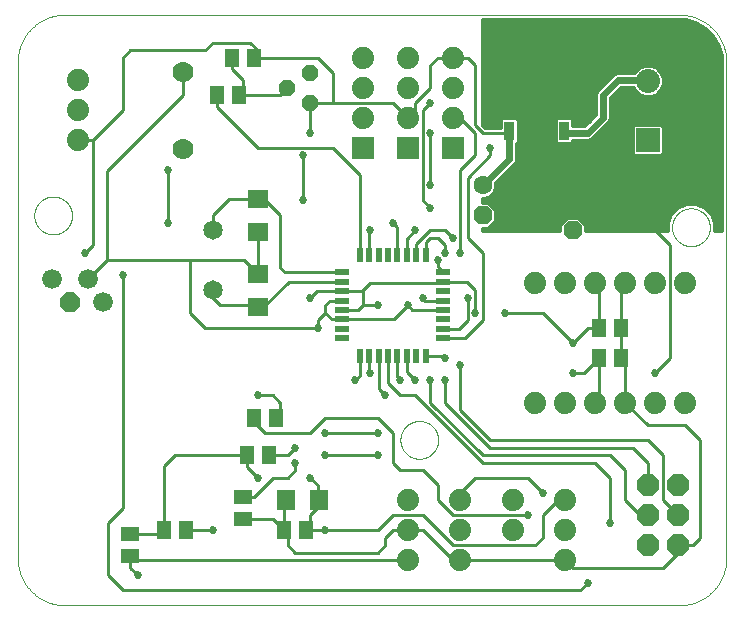
<source format=gbl>
G75*
%MOIN*%
%OFA0B0*%
%FSLAX25Y25*%
%IPPOS*%
%LPD*%
%AMOC8*
5,1,8,0,0,1.08239X$1,22.5*
%
%ADD10C,0.00000*%
%ADD11R,0.08000X0.08000*%
%ADD12C,0.08000*%
%ADD13R,0.03500X0.06400*%
%ADD14R,0.12500X0.06400*%
%ADD15C,0.07400*%
%ADD16C,0.07000*%
%ADD17R,0.07400X0.07400*%
%ADD18R,0.05906X0.05118*%
%ADD19C,0.06500*%
%ADD20R,0.05000X0.02200*%
%ADD21R,0.02200X0.05000*%
%ADD22R,0.07087X0.06299*%
%ADD23OC8,0.07400*%
%ADD24R,0.05118X0.05906*%
%ADD25R,0.06299X0.07087*%
%ADD26OC8,0.05200*%
%ADD27OC8,0.06300*%
%ADD28C,0.06300*%
%ADD29C,0.06600*%
%ADD30OC8,0.06600*%
%ADD31C,0.01000*%
%ADD32C,0.02700*%
%ADD33C,0.02400*%
%ADD34C,0.01600*%
D10*
X0016748Y0029179D02*
X0221472Y0029179D01*
X0221853Y0029184D01*
X0222233Y0029197D01*
X0222613Y0029220D01*
X0222992Y0029253D01*
X0223370Y0029294D01*
X0223747Y0029344D01*
X0224123Y0029404D01*
X0224498Y0029472D01*
X0224870Y0029550D01*
X0225241Y0029637D01*
X0225609Y0029732D01*
X0225975Y0029837D01*
X0226338Y0029950D01*
X0226699Y0030072D01*
X0227056Y0030202D01*
X0227410Y0030342D01*
X0227761Y0030489D01*
X0228108Y0030646D01*
X0228451Y0030810D01*
X0228790Y0030983D01*
X0229125Y0031164D01*
X0229456Y0031353D01*
X0229781Y0031550D01*
X0230102Y0031754D01*
X0230418Y0031967D01*
X0230728Y0032187D01*
X0231034Y0032414D01*
X0231333Y0032649D01*
X0231627Y0032891D01*
X0231915Y0033139D01*
X0232197Y0033395D01*
X0232472Y0033658D01*
X0232741Y0033927D01*
X0233004Y0034202D01*
X0233260Y0034484D01*
X0233508Y0034772D01*
X0233750Y0035066D01*
X0233985Y0035365D01*
X0234212Y0035671D01*
X0234432Y0035981D01*
X0234645Y0036297D01*
X0234849Y0036618D01*
X0235046Y0036943D01*
X0235235Y0037274D01*
X0235416Y0037609D01*
X0235589Y0037948D01*
X0235753Y0038291D01*
X0235910Y0038638D01*
X0236057Y0038989D01*
X0236197Y0039343D01*
X0236327Y0039700D01*
X0236449Y0040061D01*
X0236562Y0040424D01*
X0236667Y0040790D01*
X0236762Y0041158D01*
X0236849Y0041529D01*
X0236927Y0041901D01*
X0236995Y0042276D01*
X0237055Y0042652D01*
X0237105Y0043029D01*
X0237146Y0043407D01*
X0237179Y0043786D01*
X0237202Y0044166D01*
X0237215Y0044546D01*
X0237220Y0044927D01*
X0237220Y0210281D01*
X0237215Y0210662D01*
X0237202Y0211042D01*
X0237179Y0211422D01*
X0237146Y0211801D01*
X0237105Y0212179D01*
X0237055Y0212556D01*
X0236995Y0212932D01*
X0236927Y0213307D01*
X0236849Y0213679D01*
X0236762Y0214050D01*
X0236667Y0214418D01*
X0236562Y0214784D01*
X0236449Y0215147D01*
X0236327Y0215508D01*
X0236197Y0215865D01*
X0236057Y0216219D01*
X0235910Y0216570D01*
X0235753Y0216917D01*
X0235589Y0217260D01*
X0235416Y0217599D01*
X0235235Y0217934D01*
X0235046Y0218265D01*
X0234849Y0218590D01*
X0234645Y0218911D01*
X0234432Y0219227D01*
X0234212Y0219537D01*
X0233985Y0219843D01*
X0233750Y0220142D01*
X0233508Y0220436D01*
X0233260Y0220724D01*
X0233004Y0221006D01*
X0232741Y0221281D01*
X0232472Y0221550D01*
X0232197Y0221813D01*
X0231915Y0222069D01*
X0231627Y0222317D01*
X0231333Y0222559D01*
X0231034Y0222794D01*
X0230728Y0223021D01*
X0230418Y0223241D01*
X0230102Y0223454D01*
X0229781Y0223658D01*
X0229456Y0223855D01*
X0229125Y0224044D01*
X0228790Y0224225D01*
X0228451Y0224398D01*
X0228108Y0224562D01*
X0227761Y0224719D01*
X0227410Y0224866D01*
X0227056Y0225006D01*
X0226699Y0225136D01*
X0226338Y0225258D01*
X0225975Y0225371D01*
X0225609Y0225476D01*
X0225241Y0225571D01*
X0224870Y0225658D01*
X0224498Y0225736D01*
X0224123Y0225804D01*
X0223747Y0225864D01*
X0223370Y0225914D01*
X0222992Y0225955D01*
X0222613Y0225988D01*
X0222233Y0226011D01*
X0221853Y0226024D01*
X0221472Y0226029D01*
X0016748Y0226029D01*
X0016367Y0226024D01*
X0015987Y0226011D01*
X0015607Y0225988D01*
X0015228Y0225955D01*
X0014850Y0225914D01*
X0014473Y0225864D01*
X0014097Y0225804D01*
X0013722Y0225736D01*
X0013350Y0225658D01*
X0012979Y0225571D01*
X0012611Y0225476D01*
X0012245Y0225371D01*
X0011882Y0225258D01*
X0011521Y0225136D01*
X0011164Y0225006D01*
X0010810Y0224866D01*
X0010459Y0224719D01*
X0010112Y0224562D01*
X0009769Y0224398D01*
X0009430Y0224225D01*
X0009095Y0224044D01*
X0008764Y0223855D01*
X0008439Y0223658D01*
X0008118Y0223454D01*
X0007802Y0223241D01*
X0007492Y0223021D01*
X0007186Y0222794D01*
X0006887Y0222559D01*
X0006593Y0222317D01*
X0006305Y0222069D01*
X0006023Y0221813D01*
X0005748Y0221550D01*
X0005479Y0221281D01*
X0005216Y0221006D01*
X0004960Y0220724D01*
X0004712Y0220436D01*
X0004470Y0220142D01*
X0004235Y0219843D01*
X0004008Y0219537D01*
X0003788Y0219227D01*
X0003575Y0218911D01*
X0003371Y0218590D01*
X0003174Y0218265D01*
X0002985Y0217934D01*
X0002804Y0217599D01*
X0002631Y0217260D01*
X0002467Y0216917D01*
X0002310Y0216570D01*
X0002163Y0216219D01*
X0002023Y0215865D01*
X0001893Y0215508D01*
X0001771Y0215147D01*
X0001658Y0214784D01*
X0001553Y0214418D01*
X0001458Y0214050D01*
X0001371Y0213679D01*
X0001293Y0213307D01*
X0001225Y0212932D01*
X0001165Y0212556D01*
X0001115Y0212179D01*
X0001074Y0211801D01*
X0001041Y0211422D01*
X0001018Y0211042D01*
X0001005Y0210662D01*
X0001000Y0210281D01*
X0001000Y0044927D01*
X0001005Y0044546D01*
X0001018Y0044166D01*
X0001041Y0043786D01*
X0001074Y0043407D01*
X0001115Y0043029D01*
X0001165Y0042652D01*
X0001225Y0042276D01*
X0001293Y0041901D01*
X0001371Y0041529D01*
X0001458Y0041158D01*
X0001553Y0040790D01*
X0001658Y0040424D01*
X0001771Y0040061D01*
X0001893Y0039700D01*
X0002023Y0039343D01*
X0002163Y0038989D01*
X0002310Y0038638D01*
X0002467Y0038291D01*
X0002631Y0037948D01*
X0002804Y0037609D01*
X0002985Y0037274D01*
X0003174Y0036943D01*
X0003371Y0036618D01*
X0003575Y0036297D01*
X0003788Y0035981D01*
X0004008Y0035671D01*
X0004235Y0035365D01*
X0004470Y0035066D01*
X0004712Y0034772D01*
X0004960Y0034484D01*
X0005216Y0034202D01*
X0005479Y0033927D01*
X0005748Y0033658D01*
X0006023Y0033395D01*
X0006305Y0033139D01*
X0006593Y0032891D01*
X0006887Y0032649D01*
X0007186Y0032414D01*
X0007492Y0032187D01*
X0007802Y0031967D01*
X0008118Y0031754D01*
X0008439Y0031550D01*
X0008764Y0031353D01*
X0009095Y0031164D01*
X0009430Y0030983D01*
X0009769Y0030810D01*
X0010112Y0030646D01*
X0010459Y0030489D01*
X0010810Y0030342D01*
X0011164Y0030202D01*
X0011521Y0030072D01*
X0011882Y0029950D01*
X0012245Y0029837D01*
X0012611Y0029732D01*
X0012979Y0029637D01*
X0013350Y0029550D01*
X0013722Y0029472D01*
X0014097Y0029404D01*
X0014473Y0029344D01*
X0014850Y0029294D01*
X0015228Y0029253D01*
X0015607Y0029220D01*
X0015987Y0029197D01*
X0016367Y0029184D01*
X0016748Y0029179D01*
X0006512Y0159100D02*
X0006514Y0159258D01*
X0006520Y0159416D01*
X0006530Y0159574D01*
X0006544Y0159732D01*
X0006562Y0159889D01*
X0006583Y0160046D01*
X0006609Y0160202D01*
X0006639Y0160358D01*
X0006672Y0160513D01*
X0006710Y0160666D01*
X0006751Y0160819D01*
X0006796Y0160971D01*
X0006845Y0161122D01*
X0006898Y0161271D01*
X0006954Y0161419D01*
X0007014Y0161565D01*
X0007078Y0161710D01*
X0007146Y0161853D01*
X0007217Y0161995D01*
X0007291Y0162135D01*
X0007369Y0162272D01*
X0007451Y0162408D01*
X0007535Y0162542D01*
X0007624Y0162673D01*
X0007715Y0162802D01*
X0007810Y0162929D01*
X0007907Y0163054D01*
X0008008Y0163176D01*
X0008112Y0163295D01*
X0008219Y0163412D01*
X0008329Y0163526D01*
X0008442Y0163637D01*
X0008557Y0163746D01*
X0008675Y0163851D01*
X0008796Y0163953D01*
X0008919Y0164053D01*
X0009045Y0164149D01*
X0009173Y0164242D01*
X0009303Y0164332D01*
X0009436Y0164418D01*
X0009571Y0164502D01*
X0009707Y0164581D01*
X0009846Y0164658D01*
X0009987Y0164730D01*
X0010129Y0164800D01*
X0010273Y0164865D01*
X0010419Y0164927D01*
X0010566Y0164985D01*
X0010715Y0165040D01*
X0010865Y0165091D01*
X0011016Y0165138D01*
X0011168Y0165181D01*
X0011321Y0165220D01*
X0011476Y0165256D01*
X0011631Y0165287D01*
X0011787Y0165315D01*
X0011943Y0165339D01*
X0012100Y0165359D01*
X0012258Y0165375D01*
X0012415Y0165387D01*
X0012574Y0165395D01*
X0012732Y0165399D01*
X0012890Y0165399D01*
X0013048Y0165395D01*
X0013207Y0165387D01*
X0013364Y0165375D01*
X0013522Y0165359D01*
X0013679Y0165339D01*
X0013835Y0165315D01*
X0013991Y0165287D01*
X0014146Y0165256D01*
X0014301Y0165220D01*
X0014454Y0165181D01*
X0014606Y0165138D01*
X0014757Y0165091D01*
X0014907Y0165040D01*
X0015056Y0164985D01*
X0015203Y0164927D01*
X0015349Y0164865D01*
X0015493Y0164800D01*
X0015635Y0164730D01*
X0015776Y0164658D01*
X0015915Y0164581D01*
X0016051Y0164502D01*
X0016186Y0164418D01*
X0016319Y0164332D01*
X0016449Y0164242D01*
X0016577Y0164149D01*
X0016703Y0164053D01*
X0016826Y0163953D01*
X0016947Y0163851D01*
X0017065Y0163746D01*
X0017180Y0163637D01*
X0017293Y0163526D01*
X0017403Y0163412D01*
X0017510Y0163295D01*
X0017614Y0163176D01*
X0017715Y0163054D01*
X0017812Y0162929D01*
X0017907Y0162802D01*
X0017998Y0162673D01*
X0018087Y0162542D01*
X0018171Y0162408D01*
X0018253Y0162272D01*
X0018331Y0162135D01*
X0018405Y0161995D01*
X0018476Y0161853D01*
X0018544Y0161710D01*
X0018608Y0161565D01*
X0018668Y0161419D01*
X0018724Y0161271D01*
X0018777Y0161122D01*
X0018826Y0160971D01*
X0018871Y0160819D01*
X0018912Y0160666D01*
X0018950Y0160513D01*
X0018983Y0160358D01*
X0019013Y0160202D01*
X0019039Y0160046D01*
X0019060Y0159889D01*
X0019078Y0159732D01*
X0019092Y0159574D01*
X0019102Y0159416D01*
X0019108Y0159258D01*
X0019110Y0159100D01*
X0019108Y0158942D01*
X0019102Y0158784D01*
X0019092Y0158626D01*
X0019078Y0158468D01*
X0019060Y0158311D01*
X0019039Y0158154D01*
X0019013Y0157998D01*
X0018983Y0157842D01*
X0018950Y0157687D01*
X0018912Y0157534D01*
X0018871Y0157381D01*
X0018826Y0157229D01*
X0018777Y0157078D01*
X0018724Y0156929D01*
X0018668Y0156781D01*
X0018608Y0156635D01*
X0018544Y0156490D01*
X0018476Y0156347D01*
X0018405Y0156205D01*
X0018331Y0156065D01*
X0018253Y0155928D01*
X0018171Y0155792D01*
X0018087Y0155658D01*
X0017998Y0155527D01*
X0017907Y0155398D01*
X0017812Y0155271D01*
X0017715Y0155146D01*
X0017614Y0155024D01*
X0017510Y0154905D01*
X0017403Y0154788D01*
X0017293Y0154674D01*
X0017180Y0154563D01*
X0017065Y0154454D01*
X0016947Y0154349D01*
X0016826Y0154247D01*
X0016703Y0154147D01*
X0016577Y0154051D01*
X0016449Y0153958D01*
X0016319Y0153868D01*
X0016186Y0153782D01*
X0016051Y0153698D01*
X0015915Y0153619D01*
X0015776Y0153542D01*
X0015635Y0153470D01*
X0015493Y0153400D01*
X0015349Y0153335D01*
X0015203Y0153273D01*
X0015056Y0153215D01*
X0014907Y0153160D01*
X0014757Y0153109D01*
X0014606Y0153062D01*
X0014454Y0153019D01*
X0014301Y0152980D01*
X0014146Y0152944D01*
X0013991Y0152913D01*
X0013835Y0152885D01*
X0013679Y0152861D01*
X0013522Y0152841D01*
X0013364Y0152825D01*
X0013207Y0152813D01*
X0013048Y0152805D01*
X0012890Y0152801D01*
X0012732Y0152801D01*
X0012574Y0152805D01*
X0012415Y0152813D01*
X0012258Y0152825D01*
X0012100Y0152841D01*
X0011943Y0152861D01*
X0011787Y0152885D01*
X0011631Y0152913D01*
X0011476Y0152944D01*
X0011321Y0152980D01*
X0011168Y0153019D01*
X0011016Y0153062D01*
X0010865Y0153109D01*
X0010715Y0153160D01*
X0010566Y0153215D01*
X0010419Y0153273D01*
X0010273Y0153335D01*
X0010129Y0153400D01*
X0009987Y0153470D01*
X0009846Y0153542D01*
X0009707Y0153619D01*
X0009571Y0153698D01*
X0009436Y0153782D01*
X0009303Y0153868D01*
X0009173Y0153958D01*
X0009045Y0154051D01*
X0008919Y0154147D01*
X0008796Y0154247D01*
X0008675Y0154349D01*
X0008557Y0154454D01*
X0008442Y0154563D01*
X0008329Y0154674D01*
X0008219Y0154788D01*
X0008112Y0154905D01*
X0008008Y0155024D01*
X0007907Y0155146D01*
X0007810Y0155271D01*
X0007715Y0155398D01*
X0007624Y0155527D01*
X0007535Y0155658D01*
X0007451Y0155792D01*
X0007369Y0155928D01*
X0007291Y0156065D01*
X0007217Y0156205D01*
X0007146Y0156347D01*
X0007078Y0156490D01*
X0007014Y0156635D01*
X0006954Y0156781D01*
X0006898Y0156929D01*
X0006845Y0157078D01*
X0006796Y0157229D01*
X0006751Y0157381D01*
X0006710Y0157534D01*
X0006672Y0157687D01*
X0006639Y0157842D01*
X0006609Y0157998D01*
X0006583Y0158154D01*
X0006562Y0158311D01*
X0006544Y0158468D01*
X0006530Y0158626D01*
X0006520Y0158784D01*
X0006514Y0158942D01*
X0006512Y0159100D01*
X0128559Y0084297D02*
X0128561Y0084455D01*
X0128567Y0084613D01*
X0128577Y0084771D01*
X0128591Y0084929D01*
X0128609Y0085086D01*
X0128630Y0085243D01*
X0128656Y0085399D01*
X0128686Y0085555D01*
X0128719Y0085710D01*
X0128757Y0085863D01*
X0128798Y0086016D01*
X0128843Y0086168D01*
X0128892Y0086319D01*
X0128945Y0086468D01*
X0129001Y0086616D01*
X0129061Y0086762D01*
X0129125Y0086907D01*
X0129193Y0087050D01*
X0129264Y0087192D01*
X0129338Y0087332D01*
X0129416Y0087469D01*
X0129498Y0087605D01*
X0129582Y0087739D01*
X0129671Y0087870D01*
X0129762Y0087999D01*
X0129857Y0088126D01*
X0129954Y0088251D01*
X0130055Y0088373D01*
X0130159Y0088492D01*
X0130266Y0088609D01*
X0130376Y0088723D01*
X0130489Y0088834D01*
X0130604Y0088943D01*
X0130722Y0089048D01*
X0130843Y0089150D01*
X0130966Y0089250D01*
X0131092Y0089346D01*
X0131220Y0089439D01*
X0131350Y0089529D01*
X0131483Y0089615D01*
X0131618Y0089699D01*
X0131754Y0089778D01*
X0131893Y0089855D01*
X0132034Y0089927D01*
X0132176Y0089997D01*
X0132320Y0090062D01*
X0132466Y0090124D01*
X0132613Y0090182D01*
X0132762Y0090237D01*
X0132912Y0090288D01*
X0133063Y0090335D01*
X0133215Y0090378D01*
X0133368Y0090417D01*
X0133523Y0090453D01*
X0133678Y0090484D01*
X0133834Y0090512D01*
X0133990Y0090536D01*
X0134147Y0090556D01*
X0134305Y0090572D01*
X0134462Y0090584D01*
X0134621Y0090592D01*
X0134779Y0090596D01*
X0134937Y0090596D01*
X0135095Y0090592D01*
X0135254Y0090584D01*
X0135411Y0090572D01*
X0135569Y0090556D01*
X0135726Y0090536D01*
X0135882Y0090512D01*
X0136038Y0090484D01*
X0136193Y0090453D01*
X0136348Y0090417D01*
X0136501Y0090378D01*
X0136653Y0090335D01*
X0136804Y0090288D01*
X0136954Y0090237D01*
X0137103Y0090182D01*
X0137250Y0090124D01*
X0137396Y0090062D01*
X0137540Y0089997D01*
X0137682Y0089927D01*
X0137823Y0089855D01*
X0137962Y0089778D01*
X0138098Y0089699D01*
X0138233Y0089615D01*
X0138366Y0089529D01*
X0138496Y0089439D01*
X0138624Y0089346D01*
X0138750Y0089250D01*
X0138873Y0089150D01*
X0138994Y0089048D01*
X0139112Y0088943D01*
X0139227Y0088834D01*
X0139340Y0088723D01*
X0139450Y0088609D01*
X0139557Y0088492D01*
X0139661Y0088373D01*
X0139762Y0088251D01*
X0139859Y0088126D01*
X0139954Y0087999D01*
X0140045Y0087870D01*
X0140134Y0087739D01*
X0140218Y0087605D01*
X0140300Y0087469D01*
X0140378Y0087332D01*
X0140452Y0087192D01*
X0140523Y0087050D01*
X0140591Y0086907D01*
X0140655Y0086762D01*
X0140715Y0086616D01*
X0140771Y0086468D01*
X0140824Y0086319D01*
X0140873Y0086168D01*
X0140918Y0086016D01*
X0140959Y0085863D01*
X0140997Y0085710D01*
X0141030Y0085555D01*
X0141060Y0085399D01*
X0141086Y0085243D01*
X0141107Y0085086D01*
X0141125Y0084929D01*
X0141139Y0084771D01*
X0141149Y0084613D01*
X0141155Y0084455D01*
X0141157Y0084297D01*
X0141155Y0084139D01*
X0141149Y0083981D01*
X0141139Y0083823D01*
X0141125Y0083665D01*
X0141107Y0083508D01*
X0141086Y0083351D01*
X0141060Y0083195D01*
X0141030Y0083039D01*
X0140997Y0082884D01*
X0140959Y0082731D01*
X0140918Y0082578D01*
X0140873Y0082426D01*
X0140824Y0082275D01*
X0140771Y0082126D01*
X0140715Y0081978D01*
X0140655Y0081832D01*
X0140591Y0081687D01*
X0140523Y0081544D01*
X0140452Y0081402D01*
X0140378Y0081262D01*
X0140300Y0081125D01*
X0140218Y0080989D01*
X0140134Y0080855D01*
X0140045Y0080724D01*
X0139954Y0080595D01*
X0139859Y0080468D01*
X0139762Y0080343D01*
X0139661Y0080221D01*
X0139557Y0080102D01*
X0139450Y0079985D01*
X0139340Y0079871D01*
X0139227Y0079760D01*
X0139112Y0079651D01*
X0138994Y0079546D01*
X0138873Y0079444D01*
X0138750Y0079344D01*
X0138624Y0079248D01*
X0138496Y0079155D01*
X0138366Y0079065D01*
X0138233Y0078979D01*
X0138098Y0078895D01*
X0137962Y0078816D01*
X0137823Y0078739D01*
X0137682Y0078667D01*
X0137540Y0078597D01*
X0137396Y0078532D01*
X0137250Y0078470D01*
X0137103Y0078412D01*
X0136954Y0078357D01*
X0136804Y0078306D01*
X0136653Y0078259D01*
X0136501Y0078216D01*
X0136348Y0078177D01*
X0136193Y0078141D01*
X0136038Y0078110D01*
X0135882Y0078082D01*
X0135726Y0078058D01*
X0135569Y0078038D01*
X0135411Y0078022D01*
X0135254Y0078010D01*
X0135095Y0078002D01*
X0134937Y0077998D01*
X0134779Y0077998D01*
X0134621Y0078002D01*
X0134462Y0078010D01*
X0134305Y0078022D01*
X0134147Y0078038D01*
X0133990Y0078058D01*
X0133834Y0078082D01*
X0133678Y0078110D01*
X0133523Y0078141D01*
X0133368Y0078177D01*
X0133215Y0078216D01*
X0133063Y0078259D01*
X0132912Y0078306D01*
X0132762Y0078357D01*
X0132613Y0078412D01*
X0132466Y0078470D01*
X0132320Y0078532D01*
X0132176Y0078597D01*
X0132034Y0078667D01*
X0131893Y0078739D01*
X0131754Y0078816D01*
X0131618Y0078895D01*
X0131483Y0078979D01*
X0131350Y0079065D01*
X0131220Y0079155D01*
X0131092Y0079248D01*
X0130966Y0079344D01*
X0130843Y0079444D01*
X0130722Y0079546D01*
X0130604Y0079651D01*
X0130489Y0079760D01*
X0130376Y0079871D01*
X0130266Y0079985D01*
X0130159Y0080102D01*
X0130055Y0080221D01*
X0129954Y0080343D01*
X0129857Y0080468D01*
X0129762Y0080595D01*
X0129671Y0080724D01*
X0129582Y0080855D01*
X0129498Y0080989D01*
X0129416Y0081125D01*
X0129338Y0081262D01*
X0129264Y0081402D01*
X0129193Y0081544D01*
X0129125Y0081687D01*
X0129061Y0081832D01*
X0129001Y0081978D01*
X0128945Y0082126D01*
X0128892Y0082275D01*
X0128843Y0082426D01*
X0128798Y0082578D01*
X0128757Y0082731D01*
X0128719Y0082884D01*
X0128686Y0083039D01*
X0128656Y0083195D01*
X0128630Y0083351D01*
X0128609Y0083508D01*
X0128591Y0083665D01*
X0128577Y0083823D01*
X0128567Y0083981D01*
X0128561Y0084139D01*
X0128559Y0084297D01*
X0219110Y0155163D02*
X0219112Y0155321D01*
X0219118Y0155479D01*
X0219128Y0155637D01*
X0219142Y0155795D01*
X0219160Y0155952D01*
X0219181Y0156109D01*
X0219207Y0156265D01*
X0219237Y0156421D01*
X0219270Y0156576D01*
X0219308Y0156729D01*
X0219349Y0156882D01*
X0219394Y0157034D01*
X0219443Y0157185D01*
X0219496Y0157334D01*
X0219552Y0157482D01*
X0219612Y0157628D01*
X0219676Y0157773D01*
X0219744Y0157916D01*
X0219815Y0158058D01*
X0219889Y0158198D01*
X0219967Y0158335D01*
X0220049Y0158471D01*
X0220133Y0158605D01*
X0220222Y0158736D01*
X0220313Y0158865D01*
X0220408Y0158992D01*
X0220505Y0159117D01*
X0220606Y0159239D01*
X0220710Y0159358D01*
X0220817Y0159475D01*
X0220927Y0159589D01*
X0221040Y0159700D01*
X0221155Y0159809D01*
X0221273Y0159914D01*
X0221394Y0160016D01*
X0221517Y0160116D01*
X0221643Y0160212D01*
X0221771Y0160305D01*
X0221901Y0160395D01*
X0222034Y0160481D01*
X0222169Y0160565D01*
X0222305Y0160644D01*
X0222444Y0160721D01*
X0222585Y0160793D01*
X0222727Y0160863D01*
X0222871Y0160928D01*
X0223017Y0160990D01*
X0223164Y0161048D01*
X0223313Y0161103D01*
X0223463Y0161154D01*
X0223614Y0161201D01*
X0223766Y0161244D01*
X0223919Y0161283D01*
X0224074Y0161319D01*
X0224229Y0161350D01*
X0224385Y0161378D01*
X0224541Y0161402D01*
X0224698Y0161422D01*
X0224856Y0161438D01*
X0225013Y0161450D01*
X0225172Y0161458D01*
X0225330Y0161462D01*
X0225488Y0161462D01*
X0225646Y0161458D01*
X0225805Y0161450D01*
X0225962Y0161438D01*
X0226120Y0161422D01*
X0226277Y0161402D01*
X0226433Y0161378D01*
X0226589Y0161350D01*
X0226744Y0161319D01*
X0226899Y0161283D01*
X0227052Y0161244D01*
X0227204Y0161201D01*
X0227355Y0161154D01*
X0227505Y0161103D01*
X0227654Y0161048D01*
X0227801Y0160990D01*
X0227947Y0160928D01*
X0228091Y0160863D01*
X0228233Y0160793D01*
X0228374Y0160721D01*
X0228513Y0160644D01*
X0228649Y0160565D01*
X0228784Y0160481D01*
X0228917Y0160395D01*
X0229047Y0160305D01*
X0229175Y0160212D01*
X0229301Y0160116D01*
X0229424Y0160016D01*
X0229545Y0159914D01*
X0229663Y0159809D01*
X0229778Y0159700D01*
X0229891Y0159589D01*
X0230001Y0159475D01*
X0230108Y0159358D01*
X0230212Y0159239D01*
X0230313Y0159117D01*
X0230410Y0158992D01*
X0230505Y0158865D01*
X0230596Y0158736D01*
X0230685Y0158605D01*
X0230769Y0158471D01*
X0230851Y0158335D01*
X0230929Y0158198D01*
X0231003Y0158058D01*
X0231074Y0157916D01*
X0231142Y0157773D01*
X0231206Y0157628D01*
X0231266Y0157482D01*
X0231322Y0157334D01*
X0231375Y0157185D01*
X0231424Y0157034D01*
X0231469Y0156882D01*
X0231510Y0156729D01*
X0231548Y0156576D01*
X0231581Y0156421D01*
X0231611Y0156265D01*
X0231637Y0156109D01*
X0231658Y0155952D01*
X0231676Y0155795D01*
X0231690Y0155637D01*
X0231700Y0155479D01*
X0231706Y0155321D01*
X0231708Y0155163D01*
X0231706Y0155005D01*
X0231700Y0154847D01*
X0231690Y0154689D01*
X0231676Y0154531D01*
X0231658Y0154374D01*
X0231637Y0154217D01*
X0231611Y0154061D01*
X0231581Y0153905D01*
X0231548Y0153750D01*
X0231510Y0153597D01*
X0231469Y0153444D01*
X0231424Y0153292D01*
X0231375Y0153141D01*
X0231322Y0152992D01*
X0231266Y0152844D01*
X0231206Y0152698D01*
X0231142Y0152553D01*
X0231074Y0152410D01*
X0231003Y0152268D01*
X0230929Y0152128D01*
X0230851Y0151991D01*
X0230769Y0151855D01*
X0230685Y0151721D01*
X0230596Y0151590D01*
X0230505Y0151461D01*
X0230410Y0151334D01*
X0230313Y0151209D01*
X0230212Y0151087D01*
X0230108Y0150968D01*
X0230001Y0150851D01*
X0229891Y0150737D01*
X0229778Y0150626D01*
X0229663Y0150517D01*
X0229545Y0150412D01*
X0229424Y0150310D01*
X0229301Y0150210D01*
X0229175Y0150114D01*
X0229047Y0150021D01*
X0228917Y0149931D01*
X0228784Y0149845D01*
X0228649Y0149761D01*
X0228513Y0149682D01*
X0228374Y0149605D01*
X0228233Y0149533D01*
X0228091Y0149463D01*
X0227947Y0149398D01*
X0227801Y0149336D01*
X0227654Y0149278D01*
X0227505Y0149223D01*
X0227355Y0149172D01*
X0227204Y0149125D01*
X0227052Y0149082D01*
X0226899Y0149043D01*
X0226744Y0149007D01*
X0226589Y0148976D01*
X0226433Y0148948D01*
X0226277Y0148924D01*
X0226120Y0148904D01*
X0225962Y0148888D01*
X0225805Y0148876D01*
X0225646Y0148868D01*
X0225488Y0148864D01*
X0225330Y0148864D01*
X0225172Y0148868D01*
X0225013Y0148876D01*
X0224856Y0148888D01*
X0224698Y0148904D01*
X0224541Y0148924D01*
X0224385Y0148948D01*
X0224229Y0148976D01*
X0224074Y0149007D01*
X0223919Y0149043D01*
X0223766Y0149082D01*
X0223614Y0149125D01*
X0223463Y0149172D01*
X0223313Y0149223D01*
X0223164Y0149278D01*
X0223017Y0149336D01*
X0222871Y0149398D01*
X0222727Y0149463D01*
X0222585Y0149533D01*
X0222444Y0149605D01*
X0222305Y0149682D01*
X0222169Y0149761D01*
X0222034Y0149845D01*
X0221901Y0149931D01*
X0221771Y0150021D01*
X0221643Y0150114D01*
X0221517Y0150210D01*
X0221394Y0150310D01*
X0221273Y0150412D01*
X0221155Y0150517D01*
X0221040Y0150626D01*
X0220927Y0150737D01*
X0220817Y0150851D01*
X0220710Y0150968D01*
X0220606Y0151087D01*
X0220505Y0151209D01*
X0220408Y0151334D01*
X0220313Y0151461D01*
X0220222Y0151590D01*
X0220133Y0151721D01*
X0220049Y0151855D01*
X0219967Y0151991D01*
X0219889Y0152128D01*
X0219815Y0152268D01*
X0219744Y0152410D01*
X0219676Y0152553D01*
X0219612Y0152698D01*
X0219552Y0152844D01*
X0219496Y0152992D01*
X0219443Y0153141D01*
X0219394Y0153292D01*
X0219349Y0153444D01*
X0219308Y0153597D01*
X0219270Y0153750D01*
X0219237Y0153905D01*
X0219207Y0154061D01*
X0219181Y0154217D01*
X0219160Y0154374D01*
X0219142Y0154531D01*
X0219128Y0154689D01*
X0219118Y0154847D01*
X0219112Y0155005D01*
X0219110Y0155163D01*
D11*
X0211000Y0184179D03*
D12*
X0211000Y0203864D03*
D13*
X0183093Y0187380D03*
X0173993Y0187380D03*
X0164893Y0187380D03*
D14*
X0173993Y0212580D03*
D15*
X0146000Y0211679D03*
X0146000Y0201679D03*
X0146000Y0191679D03*
X0131000Y0191679D03*
X0131000Y0201679D03*
X0131000Y0211679D03*
X0116000Y0211679D03*
X0116000Y0201679D03*
X0116000Y0191679D03*
X0173500Y0136679D03*
X0183500Y0136679D03*
X0193500Y0136679D03*
X0203500Y0136679D03*
X0213500Y0136679D03*
X0223500Y0136679D03*
X0223500Y0096679D03*
X0213500Y0096679D03*
X0203500Y0096679D03*
X0193500Y0096679D03*
X0183500Y0096679D03*
X0173500Y0096679D03*
X0166000Y0064179D03*
X0166000Y0054179D03*
X0148500Y0054179D03*
X0148500Y0044179D03*
X0148500Y0064179D03*
X0131000Y0064179D03*
X0131000Y0054179D03*
X0131000Y0044179D03*
X0183500Y0044179D03*
X0183500Y0054179D03*
X0183500Y0064179D03*
X0021000Y0184179D03*
X0021000Y0194179D03*
X0021000Y0204179D03*
D16*
X0056000Y0206974D03*
X0056000Y0181384D03*
D17*
X0116000Y0181679D03*
X0131000Y0181679D03*
X0146000Y0181679D03*
D18*
X0076000Y0065419D03*
X0076000Y0057939D03*
X0038500Y0052919D03*
X0038500Y0045439D03*
D19*
X0066000Y0134179D03*
X0066000Y0154179D03*
D20*
X0109100Y0140203D03*
X0109100Y0137053D03*
X0109100Y0133903D03*
X0109100Y0130754D03*
X0109100Y0127604D03*
X0109100Y0124455D03*
X0109100Y0121305D03*
X0109100Y0118155D03*
X0142900Y0118155D03*
X0142900Y0121305D03*
X0142900Y0124455D03*
X0142900Y0127604D03*
X0142900Y0130754D03*
X0142900Y0133903D03*
X0142900Y0137053D03*
X0142900Y0140203D03*
D21*
X0137024Y0146079D03*
X0133874Y0146079D03*
X0130724Y0146079D03*
X0127575Y0146079D03*
X0124425Y0146079D03*
X0121276Y0146079D03*
X0118126Y0146079D03*
X0114976Y0146079D03*
X0114976Y0112279D03*
X0118126Y0112279D03*
X0121276Y0112279D03*
X0124425Y0112279D03*
X0127575Y0112279D03*
X0130724Y0112279D03*
X0133874Y0112279D03*
X0137024Y0112279D03*
D22*
X0081000Y0128667D03*
X0081000Y0139691D03*
X0081000Y0153667D03*
X0081000Y0164691D03*
D23*
X0211000Y0069179D03*
X0211000Y0059179D03*
X0211000Y0049179D03*
X0221000Y0049179D03*
X0221000Y0059179D03*
X0221000Y0069179D03*
D24*
X0202240Y0111679D03*
X0194760Y0111679D03*
X0194760Y0121679D03*
X0202240Y0121679D03*
X0097240Y0054179D03*
X0089760Y0054179D03*
X0084740Y0079179D03*
X0077260Y0079179D03*
X0079760Y0091679D03*
X0087240Y0091679D03*
X0057240Y0054179D03*
X0049760Y0054179D03*
X0067260Y0199179D03*
X0074740Y0199179D03*
X0072260Y0211679D03*
X0079740Y0211679D03*
D25*
X0090488Y0064179D03*
X0101512Y0064179D03*
D26*
X0098351Y0196621D03*
X0090851Y0201621D03*
X0098351Y0206621D03*
D27*
X0156000Y0159179D03*
X0186000Y0154179D03*
D28*
X0186000Y0164179D03*
X0156000Y0169179D03*
D29*
X0029500Y0130366D03*
X0024500Y0137992D03*
X0012500Y0137992D03*
D30*
X0018500Y0130366D03*
D31*
X0024500Y0137992D02*
X0030687Y0144179D01*
X0030687Y0173866D01*
X0056000Y0199179D01*
X0056000Y0206974D01*
X0063500Y0214179D02*
X0066000Y0216679D01*
X0078500Y0216679D01*
X0081000Y0214179D01*
X0081000Y0212939D01*
X0079740Y0211679D01*
X0101000Y0211679D01*
X0106000Y0206679D01*
X0106000Y0196679D01*
X0098409Y0196679D01*
X0098351Y0196621D01*
X0098351Y0186828D01*
X0098500Y0186679D01*
X0096000Y0179179D02*
X0096000Y0164179D01*
X0088500Y0159179D02*
X0083500Y0164179D01*
X0081512Y0164179D01*
X0081000Y0164691D01*
X0071512Y0164691D01*
X0066000Y0159179D01*
X0066000Y0154179D01*
X0058500Y0144179D02*
X0030687Y0144179D01*
X0026000Y0149179D02*
X0023500Y0146679D01*
X0026000Y0149179D02*
X0026000Y0184179D01*
X0021000Y0184179D01*
X0026000Y0184179D02*
X0036000Y0194179D01*
X0036000Y0211679D01*
X0038500Y0214179D01*
X0063500Y0214179D01*
X0072260Y0211679D02*
X0072260Y0207919D01*
X0076000Y0204179D01*
X0076000Y0200439D01*
X0074740Y0199179D01*
X0088409Y0199179D01*
X0090851Y0201621D01*
X0098351Y0196621D02*
X0126058Y0196621D01*
X0131000Y0191679D01*
X0133500Y0194179D01*
X0133500Y0196679D01*
X0138500Y0201679D01*
X0138500Y0209179D01*
X0141000Y0211679D01*
X0146000Y0211679D01*
X0151000Y0211679D01*
X0153500Y0209179D01*
X0153500Y0189179D01*
X0156000Y0186679D01*
X0164192Y0186679D01*
X0164893Y0187380D01*
X0158500Y0181679D02*
X0158500Y0179179D01*
X0151000Y0171679D01*
X0151000Y0151679D01*
X0156000Y0146679D01*
X0156000Y0124179D01*
X0149976Y0118155D01*
X0142900Y0118155D01*
X0142900Y0121305D02*
X0148126Y0121305D01*
X0151000Y0124179D01*
X0151000Y0131679D01*
X0153500Y0134179D02*
X0150626Y0137053D01*
X0142900Y0137053D01*
X0142526Y0136679D01*
X0118500Y0136679D01*
X0116000Y0134179D01*
X0115724Y0133903D01*
X0109100Y0133903D01*
X0100724Y0133903D01*
X0098500Y0131679D01*
X0103500Y0129179D02*
X0103500Y0126679D01*
X0101000Y0124179D01*
X0101000Y0121679D01*
X0063500Y0121679D01*
X0058500Y0126679D01*
X0058500Y0144179D01*
X0076512Y0144179D01*
X0081000Y0139691D01*
X0081000Y0153667D01*
X0088500Y0159179D02*
X0088500Y0141679D01*
X0089976Y0140203D01*
X0109100Y0140203D01*
X0109100Y0137053D02*
X0091374Y0137053D01*
X0083500Y0129179D01*
X0081512Y0129179D01*
X0081000Y0128667D01*
X0080488Y0129179D01*
X0068500Y0129179D01*
X0066000Y0131679D01*
X0066000Y0134179D01*
X0051000Y0156679D02*
X0051000Y0174179D01*
X0067260Y0195419D02*
X0081000Y0181679D01*
X0106000Y0181679D01*
X0114976Y0172703D01*
X0114976Y0146079D01*
X0118126Y0146079D02*
X0118126Y0153805D01*
X0118500Y0154179D01*
X0126000Y0156679D02*
X0127575Y0155104D01*
X0127575Y0146079D01*
X0130724Y0146079D02*
X0130724Y0151403D01*
X0133500Y0154179D01*
X0133874Y0149553D02*
X0138500Y0154179D01*
X0143500Y0154179D01*
X0146000Y0151679D01*
X0143500Y0149179D02*
X0141000Y0151679D01*
X0138500Y0151679D01*
X0137024Y0150203D01*
X0137024Y0146079D01*
X0133874Y0146079D02*
X0133874Y0149553D01*
X0141000Y0144179D02*
X0141000Y0142103D01*
X0142900Y0140203D01*
X0143500Y0146679D02*
X0143500Y0149179D01*
X0148500Y0146679D02*
X0148500Y0174179D01*
X0153500Y0179179D01*
X0153500Y0186679D01*
X0148500Y0191679D01*
X0146000Y0191679D01*
X0138500Y0186679D02*
X0138500Y0169179D01*
X0136000Y0164179D02*
X0138500Y0161679D01*
X0136000Y0164179D02*
X0136000Y0194179D01*
X0138500Y0196679D01*
X0186000Y0164179D02*
X0203500Y0164179D01*
X0218500Y0149179D01*
X0218500Y0111679D01*
X0213500Y0106679D01*
X0203500Y0110419D02*
X0203500Y0096679D01*
X0211000Y0089179D01*
X0223500Y0089179D01*
X0228500Y0084179D01*
X0228500Y0051679D01*
X0226000Y0049179D01*
X0221000Y0049179D01*
X0221000Y0046679D01*
X0216000Y0041679D01*
X0186000Y0041679D01*
X0183500Y0044179D01*
X0148500Y0044179D01*
X0146000Y0044179D01*
X0136000Y0054179D01*
X0131000Y0054179D01*
X0126000Y0054179D01*
X0123500Y0051679D01*
X0123500Y0049179D01*
X0121000Y0046679D01*
X0093500Y0046679D01*
X0091000Y0049179D01*
X0091000Y0052939D01*
X0089760Y0054179D01*
X0086000Y0057939D01*
X0076000Y0057939D01*
X0076000Y0065419D02*
X0079740Y0065419D01*
X0086000Y0071679D01*
X0091000Y0071679D01*
X0093500Y0074179D01*
X0093500Y0076679D01*
X0091000Y0079179D02*
X0093500Y0081679D01*
X0091000Y0079179D02*
X0084740Y0079179D01*
X0077260Y0075419D02*
X0081000Y0071679D01*
X0077260Y0075419D02*
X0077260Y0079179D01*
X0053500Y0079179D01*
X0049760Y0075439D01*
X0049760Y0054179D01*
X0048500Y0052919D01*
X0038500Y0052919D01*
X0038500Y0045439D02*
X0039760Y0044179D01*
X0131000Y0044179D01*
X0121000Y0054179D02*
X0126000Y0059179D01*
X0136000Y0059179D01*
X0146000Y0049179D01*
X0173500Y0049179D01*
X0176000Y0051679D01*
X0176000Y0059179D01*
X0181000Y0064179D01*
X0183500Y0064179D01*
X0176000Y0066679D02*
X0171000Y0071679D01*
X0153500Y0071679D01*
X0148500Y0066679D01*
X0148500Y0064179D01*
X0146000Y0059179D02*
X0171000Y0059179D01*
X0156000Y0076679D02*
X0133500Y0099179D01*
X0128500Y0099179D01*
X0124425Y0103254D01*
X0124425Y0112279D01*
X0127575Y0112279D02*
X0127575Y0105104D01*
X0128500Y0104179D01*
X0130724Y0106955D02*
X0133500Y0104179D01*
X0130724Y0106955D02*
X0130724Y0112279D01*
X0137024Y0112279D02*
X0142900Y0112279D01*
X0143500Y0111679D01*
X0148500Y0109179D02*
X0148500Y0094179D01*
X0158500Y0084179D01*
X0211000Y0084179D01*
X0216000Y0079179D01*
X0216000Y0064179D01*
X0221000Y0059179D01*
X0211000Y0059179D02*
X0208500Y0059179D01*
X0203500Y0064179D01*
X0203500Y0074179D01*
X0198500Y0079179D01*
X0156000Y0079179D01*
X0138500Y0096679D01*
X0138500Y0104179D01*
X0143500Y0104179D02*
X0143500Y0096679D01*
X0158500Y0081679D01*
X0206000Y0081679D01*
X0211000Y0076679D01*
X0211000Y0069179D01*
X0198500Y0071679D02*
X0198500Y0056679D01*
X0198500Y0071679D02*
X0193500Y0076679D01*
X0156000Y0076679D01*
X0141000Y0069179D02*
X0141000Y0064179D01*
X0146000Y0059179D01*
X0141000Y0069179D02*
X0136000Y0074179D01*
X0128500Y0074179D01*
X0126000Y0076679D01*
X0126000Y0086679D01*
X0121000Y0091679D01*
X0103500Y0091679D01*
X0098500Y0086679D01*
X0083500Y0086679D01*
X0079760Y0090419D01*
X0079760Y0091679D01*
X0081000Y0099179D02*
X0086000Y0099179D01*
X0088500Y0096679D01*
X0088500Y0092939D01*
X0087240Y0091679D01*
X0103500Y0086679D02*
X0121000Y0086679D01*
X0121000Y0079179D02*
X0103500Y0079179D01*
X0098500Y0071679D02*
X0101000Y0069179D01*
X0101000Y0064691D01*
X0101512Y0064179D01*
X0101512Y0062191D01*
X0098500Y0059179D01*
X0098500Y0055439D01*
X0097240Y0054179D01*
X0103500Y0054179D01*
X0121000Y0054179D01*
X0089760Y0054179D02*
X0089760Y0063451D01*
X0090488Y0064179D01*
X0066000Y0054179D02*
X0057240Y0054179D01*
X0041000Y0039179D02*
X0038500Y0041679D01*
X0038500Y0045439D01*
X0031000Y0039179D02*
X0036000Y0034179D01*
X0188500Y0034179D01*
X0191000Y0036679D01*
X0193500Y0096679D02*
X0194760Y0097939D01*
X0194760Y0111679D01*
X0189760Y0106679D01*
X0186000Y0106679D01*
X0186000Y0116679D02*
X0176000Y0126679D01*
X0163500Y0126679D01*
X0153500Y0126679D02*
X0153500Y0134179D01*
X0142900Y0130754D02*
X0136925Y0130754D01*
X0136000Y0131679D01*
X0132575Y0127604D02*
X0131000Y0129179D01*
X0126276Y0124455D01*
X0109100Y0124455D01*
X0105724Y0124455D01*
X0103500Y0126679D01*
X0103500Y0129179D02*
X0105075Y0130754D01*
X0109100Y0130754D01*
X0109100Y0127604D02*
X0114425Y0127604D01*
X0116000Y0129179D01*
X0116000Y0134179D01*
X0116000Y0129179D02*
X0121000Y0129179D01*
X0132575Y0127604D02*
X0142900Y0127604D01*
X0121276Y0112279D02*
X0121276Y0101403D01*
X0123500Y0099179D01*
X0118500Y0106679D02*
X0118126Y0107053D01*
X0118126Y0112279D01*
X0114976Y0112279D02*
X0114976Y0105655D01*
X0113500Y0104179D01*
X0067260Y0195419D02*
X0067260Y0199179D01*
X0036000Y0139179D02*
X0036000Y0061679D01*
X0031000Y0056679D01*
X0031000Y0039179D01*
X0186000Y0116679D02*
X0191000Y0121679D01*
X0194760Y0121679D01*
X0194760Y0135419D01*
X0193500Y0136679D01*
X0202240Y0135419D02*
X0202240Y0121679D01*
X0202240Y0111679D01*
X0203500Y0110419D01*
X0202240Y0135419D02*
X0203500Y0136679D01*
D32*
X0186000Y0116679D03*
X0186000Y0106679D03*
X0163500Y0126679D03*
X0153500Y0126679D03*
X0151000Y0131679D03*
X0141000Y0144179D03*
X0143500Y0146679D03*
X0146000Y0151679D03*
X0148500Y0146679D03*
X0138500Y0161679D03*
X0138500Y0169179D03*
X0133500Y0154179D03*
X0126000Y0156679D03*
X0118500Y0154179D03*
X0121000Y0129179D03*
X0131000Y0129179D03*
X0136000Y0131679D03*
X0143500Y0111679D03*
X0148500Y0109179D03*
X0143500Y0104179D03*
X0138500Y0104179D03*
X0133500Y0104179D03*
X0128500Y0104179D03*
X0123500Y0099179D03*
X0118500Y0106679D03*
X0113500Y0104179D03*
X0101000Y0121679D03*
X0098500Y0131679D03*
X0096000Y0164179D03*
X0096000Y0179179D03*
X0098500Y0186679D03*
X0138500Y0186679D03*
X0138500Y0196679D03*
X0158500Y0181679D03*
X0213500Y0106679D03*
X0176000Y0066679D03*
X0171000Y0059179D03*
X0191000Y0036679D03*
X0198500Y0056679D03*
X0121000Y0079179D03*
X0121000Y0086679D03*
X0103500Y0086679D03*
X0103500Y0079179D03*
X0098500Y0071679D03*
X0093500Y0076679D03*
X0093500Y0081679D03*
X0081000Y0071679D03*
X0066000Y0054179D03*
X0041000Y0039179D03*
X0081000Y0099179D03*
X0103500Y0054179D03*
X0036000Y0139179D03*
X0023500Y0146679D03*
X0051000Y0156679D03*
X0051000Y0174179D03*
D33*
X0156000Y0169179D02*
X0164893Y0178072D01*
X0164893Y0187380D01*
X0183093Y0187380D02*
X0183794Y0186679D01*
X0191000Y0186679D01*
X0196000Y0191679D01*
X0196000Y0199179D01*
X0201000Y0204179D01*
X0210685Y0204179D01*
X0211000Y0203864D01*
D34*
X0212454Y0198621D02*
X0235420Y0198621D01*
X0235420Y0197023D02*
X0198600Y0197023D01*
X0198600Y0198102D02*
X0202077Y0201579D01*
X0206102Y0201579D01*
X0206422Y0200805D01*
X0207941Y0199286D01*
X0209926Y0198464D01*
X0212074Y0198464D01*
X0214059Y0199286D01*
X0215578Y0200805D01*
X0216400Y0202790D01*
X0216400Y0204938D01*
X0215578Y0206923D01*
X0214059Y0208442D01*
X0212074Y0209264D01*
X0209926Y0209264D01*
X0207941Y0208442D01*
X0206422Y0206923D01*
X0206362Y0206779D01*
X0200483Y0206779D01*
X0199527Y0206383D01*
X0198796Y0205652D01*
X0194527Y0201383D01*
X0193796Y0200652D01*
X0193400Y0199696D01*
X0193400Y0192756D01*
X0189923Y0189279D01*
X0186243Y0189279D01*
X0186243Y0191160D01*
X0185423Y0191980D01*
X0180763Y0191980D01*
X0179943Y0191160D01*
X0179943Y0183600D01*
X0180763Y0182780D01*
X0185423Y0182780D01*
X0186243Y0183600D01*
X0186243Y0184079D01*
X0191517Y0184079D01*
X0192473Y0184475D01*
X0193204Y0185206D01*
X0198204Y0190206D01*
X0198600Y0191162D01*
X0198600Y0198102D01*
X0199119Y0198621D02*
X0209546Y0198621D01*
X0207008Y0200220D02*
X0200718Y0200220D01*
X0198600Y0195424D02*
X0235420Y0195424D01*
X0235420Y0193826D02*
X0198600Y0193826D01*
X0198600Y0192227D02*
X0235420Y0192227D01*
X0235420Y0190629D02*
X0198379Y0190629D01*
X0197028Y0189030D02*
X0205871Y0189030D01*
X0205600Y0188759D02*
X0206420Y0189579D01*
X0215580Y0189579D01*
X0216400Y0188759D01*
X0216400Y0179599D01*
X0215580Y0178779D01*
X0206420Y0178779D01*
X0205600Y0179599D01*
X0205600Y0188759D01*
X0205600Y0187432D02*
X0195430Y0187432D01*
X0193831Y0185833D02*
X0205600Y0185833D01*
X0205600Y0184235D02*
X0191893Y0184235D01*
X0191273Y0190629D02*
X0186243Y0190629D01*
X0192871Y0192227D02*
X0156000Y0192227D01*
X0156000Y0190629D02*
X0161743Y0190629D01*
X0161743Y0191160D02*
X0161743Y0188579D01*
X0156787Y0188579D01*
X0156000Y0189366D01*
X0156000Y0224179D01*
X0222241Y0224179D01*
X0223293Y0224110D01*
X0226810Y0223168D01*
X0229963Y0221347D01*
X0232538Y0218772D01*
X0234359Y0215619D01*
X0235301Y0212102D01*
X0235420Y0210281D01*
X0235420Y0154179D01*
X0233509Y0154179D01*
X0233509Y0156774D01*
X0232276Y0159751D01*
X0229997Y0162029D01*
X0227020Y0163263D01*
X0223798Y0163263D01*
X0220822Y0162029D01*
X0218543Y0159751D01*
X0217310Y0156774D01*
X0217310Y0154179D01*
X0190550Y0154179D01*
X0190550Y0156064D01*
X0187885Y0158729D01*
X0184115Y0158729D01*
X0181450Y0156064D01*
X0181450Y0154179D01*
X0156000Y0154179D01*
X0156000Y0154629D01*
X0157885Y0154629D01*
X0160550Y0157294D01*
X0160550Y0161064D01*
X0157885Y0163729D01*
X0156000Y0163729D01*
X0156000Y0164629D01*
X0156905Y0164629D01*
X0158577Y0165322D01*
X0159857Y0166602D01*
X0160550Y0168274D01*
X0160550Y0170052D01*
X0167097Y0176599D01*
X0167493Y0177555D01*
X0167493Y0183050D01*
X0168043Y0183600D01*
X0168043Y0191160D01*
X0167223Y0191980D01*
X0162563Y0191980D01*
X0161743Y0191160D01*
X0161743Y0189030D02*
X0156336Y0189030D01*
X0156000Y0193826D02*
X0193400Y0193826D01*
X0193400Y0195424D02*
X0156000Y0195424D01*
X0156000Y0197023D02*
X0193400Y0197023D01*
X0193400Y0198621D02*
X0156000Y0198621D01*
X0156000Y0200220D02*
X0193617Y0200220D01*
X0194962Y0201818D02*
X0156000Y0201818D01*
X0156000Y0203417D02*
X0196561Y0203417D01*
X0198159Y0205015D02*
X0156000Y0205015D01*
X0156000Y0206614D02*
X0200084Y0206614D01*
X0207711Y0208212D02*
X0156000Y0208212D01*
X0156000Y0209811D02*
X0235420Y0209811D01*
X0235420Y0208212D02*
X0214289Y0208212D01*
X0215706Y0206614D02*
X0235420Y0206614D01*
X0235420Y0205015D02*
X0216368Y0205015D01*
X0216400Y0203417D02*
X0235420Y0203417D01*
X0235420Y0201818D02*
X0215998Y0201818D01*
X0214992Y0200220D02*
X0235420Y0200220D01*
X0235420Y0189030D02*
X0216129Y0189030D01*
X0216400Y0187432D02*
X0235420Y0187432D01*
X0235420Y0185833D02*
X0216400Y0185833D01*
X0216400Y0184235D02*
X0235420Y0184235D01*
X0235420Y0182636D02*
X0216400Y0182636D01*
X0216400Y0181038D02*
X0235420Y0181038D01*
X0235420Y0179439D02*
X0216240Y0179439D01*
X0205760Y0179439D02*
X0167493Y0179439D01*
X0167493Y0177841D02*
X0235420Y0177841D01*
X0235420Y0176242D02*
X0166740Y0176242D01*
X0165141Y0174644D02*
X0235420Y0174644D01*
X0235420Y0173045D02*
X0163543Y0173045D01*
X0161944Y0171447D02*
X0235420Y0171447D01*
X0235420Y0169848D02*
X0160550Y0169848D01*
X0160540Y0168250D02*
X0235420Y0168250D01*
X0235420Y0166651D02*
X0159878Y0166651D01*
X0157927Y0165053D02*
X0235420Y0165053D01*
X0235420Y0163454D02*
X0158160Y0163454D01*
X0159758Y0161856D02*
X0220648Y0161856D01*
X0219049Y0160257D02*
X0160550Y0160257D01*
X0160550Y0158658D02*
X0184045Y0158658D01*
X0182446Y0157060D02*
X0160316Y0157060D01*
X0158717Y0155461D02*
X0181450Y0155461D01*
X0187955Y0158658D02*
X0218091Y0158658D01*
X0217429Y0157060D02*
X0189554Y0157060D01*
X0190550Y0155461D02*
X0217310Y0155461D01*
X0230171Y0161856D02*
X0235420Y0161856D01*
X0235420Y0160257D02*
X0231770Y0160257D01*
X0232728Y0158658D02*
X0235420Y0158658D01*
X0235420Y0157060D02*
X0233390Y0157060D01*
X0233509Y0155461D02*
X0235420Y0155461D01*
X0205600Y0181038D02*
X0167493Y0181038D01*
X0167493Y0182636D02*
X0205600Y0182636D01*
X0179943Y0184235D02*
X0168043Y0184235D01*
X0168043Y0185833D02*
X0179943Y0185833D01*
X0179943Y0187432D02*
X0168043Y0187432D01*
X0168043Y0189030D02*
X0179943Y0189030D01*
X0179943Y0190629D02*
X0168043Y0190629D01*
X0156000Y0211409D02*
X0235347Y0211409D01*
X0235058Y0213008D02*
X0156000Y0213008D01*
X0156000Y0214606D02*
X0234630Y0214606D01*
X0234021Y0216205D02*
X0156000Y0216205D01*
X0156000Y0217803D02*
X0233098Y0217803D01*
X0231909Y0219402D02*
X0156000Y0219402D01*
X0156000Y0221000D02*
X0230310Y0221000D01*
X0227795Y0222599D02*
X0156000Y0222599D01*
M02*

</source>
